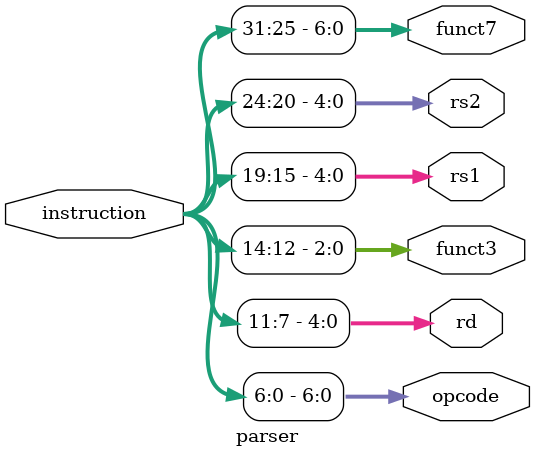
<source format=v>
module parser
(
 input [31:0] instruction,
 
 output reg [6:0] opcode,
 output reg [4:0] rd,
 output reg [2:0] funct3,
 output reg [4:0] rs1,
 output reg [4:0] rs2,
 output reg [6:0] funct7
 );

	always @ (instruction)
		begin
			opcode = instruction [6:0];
			rd = instruction [11:7];
			funct3 = instruction [14:12];
			rs1 = instruction [19:15];
			rs2 = instruction [24:20];
			funct7 = instruction [31:25];
		end
endmodule

</source>
